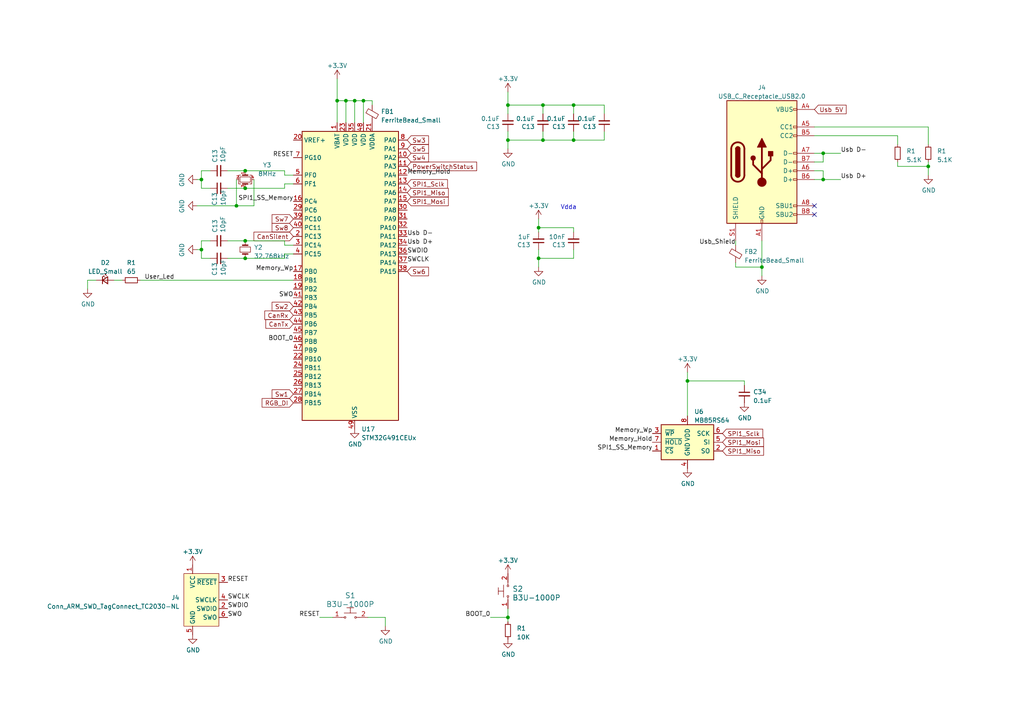
<source format=kicad_sch>
(kicad_sch (version 20230121) (generator eeschema)
  (paper "A4")
  (lib_symbols
    (symbol "Connector:Conn_ARM_SWD_TagConnect_TC2030-NL" (in_bom no)
      (property "Reference" "J" (at 2.54 11.43 0))
      (property "Value" "Conn_ARM_SWD_TagConnect_TC2030-NL" (at 2.54 8.89 0))
      (symbol "Conn_ARM_SWD_TagConnect_TC2030-NL_0_0"
        (pin power_in line (at -2.54 10.16 270) (length 2.54) (name "VCC") (number "1"))
        (pin bidirectional line (at 7.62 -2.54 180) (length 2.54) (name "SWDIO") (number "2"))
        (pin open_collector line (at 7.62 5.08 180) (length 2.54) (name "~{RESET}") (number "3"))
        (pin output line (at 7.62 0 180) (length 2.54) (name "SWCLK") (number "4"))
        (pin power_in line (at -2.54 -10.16 90) (length 2.54) (name "GND") (number "5"))
        (pin input line (at 7.62 -5.08 180) (length 2.54) (name "SWO") (number "6"))
      )
      (symbol "Conn_ARM_SWD_TagConnect_TC2030-NL_0_1"
        (rectangle (start -5.08 7.62) (end 5.08 -7.62) (fill (type background)))
      )
    )
    (symbol "Connector:USB_C_Receptacle_USB2.0" (pin_names (offset 1.016))
      (property "Reference" "J" (at -10.16 19.05 0))
      (property "Value" "USB_C_Receptacle_USB2.0" (at 19.05 19.05 0))
      (symbol "USB_C_Receptacle_USB2.0_0_0"
        (rectangle (start -0.254 -17.78) (end 0.254 -16.764))
        (rectangle (start 10.16 -14.986) (end 9.144 -15.494))
        (rectangle (start 10.16 -12.446) (end 9.144 -12.954))
        (rectangle (start 10.16 -4.826) (end 9.144 -5.334))
        (rectangle (start 10.16 -2.286) (end 9.144 -2.794))
        (rectangle (start 10.16 0.254) (end 9.144 -0.254))
        (rectangle (start 10.16 2.794) (end 9.144 2.286))
        (rectangle (start 10.16 7.874) (end 9.144 7.366))
        (rectangle (start 10.16 10.414) (end 9.144 9.906))
        (rectangle (start 10.16 15.494) (end 9.144 14.986))
      )
      (symbol "USB_C_Receptacle_USB2.0_0_1"
        (rectangle (start -10.16 17.78) (end 10.16 -17.78) (stroke (width 0.254)) (fill (type background)))
        (arc (start -8.89 -3.81) (mid -6.985 -5.7067) (end -5.08 -3.81) (stroke (width 0.508)))
        (arc (start -7.62 -3.81) (mid -6.985 -4.4423) (end -6.35 -3.81) (stroke (width 0.254)))
        (arc (start -7.62 -3.81) (mid -6.985 -4.4423) (end -6.35 -3.81) (stroke (width 0.254)) (fill (type outline)))
        (rectangle (start -7.62 -3.81) (end -6.35 3.81) (stroke (width 0.254)) (fill (type outline)))
        (arc (start -6.35 3.81) (mid -6.985 4.4423) (end -7.62 3.81) (stroke (width 0.254)))
        (arc (start -6.35 3.81) (mid -6.985 4.4423) (end -7.62 3.81) (stroke (width 0.254)) (fill (type outline)))
        (arc (start -5.08 3.81) (mid -6.985 5.7067) (end -8.89 3.81) (stroke (width 0.508)))
        (circle (center -2.54 1.143) (radius 0.635) (stroke (width 0.254)) (fill (type outline)))
        (circle (center 0 -5.842) (radius 1.27) (fill (type outline)))
        (polyline (pts (xy -8.89 -3.81) (xy -8.89 3.81)) (stroke (width 0.508)))
        (polyline (pts (xy -5.08 3.81) (xy -5.08 -3.81)) (stroke (width 0.508)))
        (polyline (pts (xy 0 -5.842) (xy 0 4.318)) (stroke (width 0.508)))
        (polyline (pts (xy 0 -3.302) (xy -2.54 -0.762) (xy -2.54 0.508)) (stroke (width 0.508)))
        (polyline (pts (xy 0 -2.032) (xy 2.54 0.508) (xy 2.54 1.778)) (stroke (width 0.508)))
        (polyline (pts (xy -1.27 4.318) (xy 0 6.858) (xy 1.27 4.318) (xy -1.27 4.318)) (stroke (width 0.254)) (fill (type outline)))
        (rectangle (start 1.905 1.778) (end 3.175 3.048) (stroke (width 0.254)) (fill (type outline)))
      )
      (symbol "USB_C_Receptacle_USB2.0_1_1"
        (pin passive line (at 0 -22.86 90) (length 5.08) (name "GND") (number "A1"))
        (pin passive line (at 0 -22.86 90) (length 5.08) hide (name "GND") (number "A12"))
        (pin passive line (at 15.24 15.24 180) (length 5.08) (name "VBUS") (number "A4"))
        (pin bidirectional line (at 15.24 10.16 180) (length 5.08) (name "CC1") (number "A5"))
        (pin bidirectional line (at 15.24 -2.54 180) (length 5.08) (name "D+") (number "A6"))
        (pin bidirectional line (at 15.24 2.54 180) (length 5.08) (name "D-") (number "A7"))
        (pin bidirectional line (at 15.24 -12.7 180) (length 5.08) (name "SBU1") (number "A8"))
        (pin passive line (at 15.24 15.24 180) (length 5.08) hide (name "VBUS") (number "A9"))
        (pin passive line (at 0 -22.86 90) (length 5.08) hide (name "GND") (number "B1"))
        (pin passive line (at 0 -22.86 90) (length 5.08) hide (name "GND") (number "B12"))
        (pin passive line (at 15.24 15.24 180) (length 5.08) hide (name "VBUS") (number "B4"))
        (pin bidirectional line (at 15.24 7.62 180) (length 5.08) (name "CC2") (number "B5"))
        (pin bidirectional line (at 15.24 -5.08 180) (length 5.08) (name "D+") (number "B6"))
        (pin bidirectional line (at 15.24 0 180) (length 5.08) (name "D-") (number "B7"))
        (pin bidirectional line (at 15.24 -15.24 180) (length 5.08) (name "SBU2") (number "B8"))
        (pin passive line (at 15.24 15.24 180) (length 5.08) hide (name "VBUS") (number "B9"))
        (pin passive line (at -7.62 -22.86 90) (length 5.08) (name "SHIELD") (number "S1"))
      )
    )
    (symbol "Device:C_Small" (pin_numbers hide) (pin_names (offset 0.254) hide)
      (property "Reference" "C" (at 0.254 1.778 0))
      (property "Value" "C_Small" (at 0.254 -2.032 0))
      (symbol "C_Small_0_1"
        (polyline (pts (xy -1.524 -0.508) (xy 1.524 -0.508)) (stroke (width 0.3302)))
        (polyline (pts (xy -1.524 0.508) (xy 1.524 0.508)) (stroke (width 0.3048)))
      )
      (symbol "C_Small_1_1"
        (pin passive line (at 0 2.54 270) (length 2.032) (name "~") (number "1"))
        (pin passive line (at 0 -2.54 90) (length 2.032) (name "~") (number "2"))
      )
    )
    (symbol "Device:Crystal_GND24_Small" (pin_names (offset 1.016) hide)
      (property "Reference" "Y" (at 1.27 4.445 0))
      (property "Value" "Crystal_GND24_Small" (at 1.27 2.54 0))
      (symbol "Crystal_GND24_Small_0_1"
        (rectangle (start -0.762 -1.524) (end 0.762 1.524))
        (polyline (pts (xy -1.27 -0.762) (xy -1.27 0.762)) (stroke (width 0.381)))
        (polyline (pts (xy 1.27 -0.762) (xy 1.27 0.762)) (stroke (width 0.381)))
        (polyline (pts (xy -1.27 -1.27) (xy -1.27 -1.905) (xy 1.27 -1.905) (xy 1.27 -1.27)))
        (polyline (pts (xy -1.27 1.27) (xy -1.27 1.905) (xy 1.27 1.905) (xy 1.27 1.27)))
      )
      (symbol "Crystal_GND24_Small_1_1"
        (pin passive line (at -2.54 0 0) (length 1.27) (name "1") (number "1"))
        (pin passive line (at 0 -2.54 90) (length 0.635) (name "2") (number "2"))
        (pin passive line (at 2.54 0 180) (length 1.27) (name "3") (number "3"))
        (pin passive line (at 0 2.54 270) (length 0.635) (name "4") (number "4"))
      )
    )
    (symbol "Device:Crystal_Small" (pin_numbers hide) (pin_names (offset 1.016) hide)
      (property "Reference" "Y" (at 0 2.54 0))
      (property "Value" "Crystal_Small" (at 0 -2.54 0))
      (symbol "Crystal_Small_0_1"
        (rectangle (start -0.762 -1.524) (end 0.762 1.524))
        (polyline (pts (xy -1.27 -0.762) (xy -1.27 0.762)) (stroke (width 0.381)))
        (polyline (pts (xy 1.27 -0.762) (xy 1.27 0.762)) (stroke (width 0.381)))
      )
      (symbol "Crystal_Small_1_1"
        (pin passive line (at -2.54 0 0) (length 1.27) (name "1") (number "1"))
        (pin passive line (at 2.54 0 180) (length 1.27) (name "2") (number "2"))
      )
    )
    (symbol "Device:FerriteBead_Small" (pin_numbers hide) (pin_names (offset 0))
      (property "Reference" "FB" (at 1.905 1.27 0))
      (property "Value" "FerriteBead_Small" (at 1.905 -1.27 0))
      (symbol "FerriteBead_Small_0_1"
        (polyline (pts (xy 0 -1.27) (xy 0 -0.7874)))
        (polyline (pts (xy 0 0.889) (xy 0 1.2954)))
        (polyline (pts (xy -1.8288 0.2794) (xy -1.1176 1.4986) (xy 1.8288 -0.2032) (xy 1.1176 -1.4224) (xy -1.8288 0.2794)))
      )
      (symbol "FerriteBead_Small_1_1"
        (pin passive line (at 0 2.54 270) (length 1.27) (name "~") (number "1"))
        (pin passive line (at 0 -2.54 90) (length 1.27) (name "~") (number "2"))
      )
    )
    (symbol "Device:LED_Small" (pin_numbers hide) (pin_names (offset 0.254) hide)
      (property "Reference" "D" (at -1.27 3.175 0))
      (property "Value" "LED_Small" (at -4.445 -2.54 0))
      (symbol "LED_Small_0_1"
        (polyline (pts (xy -0.762 -1.016) (xy -0.762 1.016)) (stroke (width 0.254)))
        (polyline (pts (xy 1.016 0) (xy -0.762 0)))
        (polyline (pts (xy 0.762 -1.016) (xy -0.762 0) (xy 0.762 1.016) (xy 0.762 -1.016)) (stroke (width 0.254)))
        (polyline (pts (xy 0 0.762) (xy -0.508 1.27) (xy -0.254 1.27) (xy -0.508 1.27) (xy -0.508 1.016)))
        (polyline (pts (xy 0.508 1.27) (xy 0 1.778) (xy 0.254 1.778) (xy 0 1.778) (xy 0 1.524)))
      )
      (symbol "LED_Small_1_1"
        (pin passive line (at -2.54 0 0) (length 1.778) (name "K") (number "1"))
        (pin passive line (at 2.54 0 180) (length 1.778) (name "A") (number "2"))
      )
    )
    (symbol "Device:R_Small" (pin_numbers hide) (pin_names (offset 0.254) hide)
      (property "Reference" "R" (at 0.762 0.508 0))
      (property "Value" "R_Small" (at 0.762 -1.016 0))
      (symbol "R_Small_0_1"
        (rectangle (start -0.762 1.778) (end 0.762 -1.778) (stroke (width 0.2032)))
      )
      (symbol "R_Small_1_1"
        (pin passive line (at 0 2.54 270) (length 0.762) (name "~") (number "1"))
        (pin passive line (at 0 -2.54 90) (length 0.762) (name "~") (number "2"))
      )
    )
    (symbol "MCU_ST_STM32G4:STM32G491CEUx"
      (property "Reference" "U" (at -12.7 44.45 0))
      (property "Value" "STM32G491CEUx" (at 10.16 44.45 0))
      (symbol "STM32G491CEUx_0_1"
        (rectangle (start -12.7 -40.64) (end 15.24 43.18) (stroke (width 0.254)) (fill (type background)))
      )
      (symbol "STM32G491CEUx_1_1"
        (pin power_in line (at -2.54 45.72 270) (length 2.54) (name "VBAT") (number "1"))
        (pin bidirectional line (at 17.78 35.56 180) (length 2.54) (name "PA2") (number "10"))
        (pin bidirectional line (at 17.78 33.02 180) (length 2.54) (name "PA3") (number "11"))
        (pin bidirectional line (at 17.78 30.48 180) (length 2.54) (name "PA4") (number "12"))
        (pin bidirectional line (at 17.78 27.94 180) (length 2.54) (name "PA5") (number "13"))
        (pin bidirectional line (at 17.78 25.4 180) (length 2.54) (name "PA6") (number "14"))
        (pin bidirectional line (at 17.78 22.86 180) (length 2.54) (name "PA7") (number "15"))
        (pin bidirectional line (at -15.24 22.86 0) (length 2.54) (name "PC4") (number "16"))
        (pin bidirectional line (at -15.24 2.54 0) (length 2.54) (name "PB0") (number "17"))
        (pin bidirectional line (at -15.24 0 0) (length 2.54) (name "PB1") (number "18"))
        (pin bidirectional line (at -15.24 -2.54 0) (length 2.54) (name "PB2") (number "19"))
        (pin bidirectional line (at -15.24 12.7 0) (length 2.54) (name "PC13") (number "2"))
        (pin input line (at -15.24 40.64 0) (length 2.54) (name "VREF+") (number "20"))
        (pin power_in line (at 7.62 45.72 270) (length 2.54) (name "VDDA") (number "21"))
        (pin bidirectional line (at -15.24 -22.86 0) (length 2.54) (name "PB10") (number "22"))
        (pin power_in line (at 0 45.72 270) (length 2.54) (name "VDD") (number "23"))
        (pin bidirectional line (at -15.24 -25.4 0) (length 2.54) (name "PB11") (number "24"))
        (pin bidirectional line (at -15.24 -27.94 0) (length 2.54) (name "PB12") (number "25"))
        (pin bidirectional line (at -15.24 -30.48 0) (length 2.54) (name "PB13") (number "26"))
        (pin bidirectional line (at -15.24 -33.02 0) (length 2.54) (name "PB14") (number "27"))
        (pin bidirectional line (at -15.24 -35.56 0) (length 2.54) (name "PB15") (number "28"))
        (pin bidirectional line (at -15.24 20.32 0) (length 2.54) (name "PC6") (number "29"))
        (pin bidirectional line (at -15.24 10.16 0) (length 2.54) (name "PC14") (number "3"))
        (pin bidirectional line (at 17.78 20.32 180) (length 2.54) (name "PA8") (number "30"))
        (pin bidirectional line (at 17.78 17.78 180) (length 2.54) (name "PA9") (number "31"))
        (pin bidirectional line (at 17.78 15.24 180) (length 2.54) (name "PA10") (number "32"))
        (pin bidirectional line (at 17.78 12.7 180) (length 2.54) (name "PA11") (number "33"))
        (pin bidirectional line (at 17.78 10.16 180) (length 2.54) (name "PA12") (number "34"))
        (pin power_in line (at 2.54 45.72 270) (length 2.54) (name "VDD") (number "35"))
        (pin bidirectional line (at 17.78 7.62 180) (length 2.54) (name "PA13") (number "36"))
        (pin bidirectional line (at 17.78 5.08 180) (length 2.54) (name "PA14") (number "37"))
        (pin bidirectional line (at 17.78 2.54 180) (length 2.54) (name "PA15") (number "38"))
        (pin bidirectional line (at -15.24 17.78 0) (length 2.54) (name "PC10") (number "39"))
        (pin bidirectional line (at -15.24 7.62 0) (length 2.54) (name "PC15") (number "4"))
        (pin bidirectional line (at -15.24 15.24 0) (length 2.54) (name "PC11") (number "40"))
        (pin bidirectional line (at -15.24 -5.08 0) (length 2.54) (name "PB3") (number "41"))
        (pin bidirectional line (at -15.24 -7.62 0) (length 2.54) (name "PB4") (number "42"))
        (pin bidirectional line (at -15.24 -10.16 0) (length 2.54) (name "PB5") (number "43"))
        (pin bidirectional line (at -15.24 -12.7 0) (length 2.54) (name "PB6") (number "44"))
        (pin bidirectional line (at -15.24 -15.24 0) (length 2.54) (name "PB7") (number "45"))
        (pin bidirectional line (at -15.24 -17.78 0) (length 2.54) (name "PB8") (number "46"))
        (pin bidirectional line (at -15.24 -20.32 0) (length 2.54) (name "PB9") (number "47"))
        (pin power_in line (at 5.08 45.72 270) (length 2.54) (name "VDD") (number "48"))
        (pin power_in line (at 2.54 -43.18 90) (length 2.54) (name "VSS") (number "49"))
        (pin bidirectional line (at -15.24 30.48 0) (length 2.54) (name "PF0") (number "5"))
        (pin bidirectional line (at -15.24 27.94 0) (length 2.54) (name "PF1") (number "6"))
        (pin bidirectional line (at -15.24 35.56 0) (length 2.54) (name "PG10") (number "7"))
        (pin bidirectional line (at 17.78 40.64 180) (length 2.54) (name "PA0") (number "8"))
        (pin bidirectional line (at 17.78 38.1 180) (length 2.54) (name "PA1") (number "9"))
      )
    )
    (symbol "Memory_NVRAM:MB85RS64" (pin_names (offset 1.016))
      (property "Reference" "U" (at -7.62 6.35 0))
      (property "Value" "MB85RS64" (at 1.27 6.35 0))
      (symbol "MB85RS64_0_1"
        (rectangle (start -7.62 5.08) (end 7.62 -5.08) (stroke (width 0.254)) (fill (type background)))
      )
      (symbol "MB85RS64_1_1"
        (pin input line (at -10.16 -2.54 0) (length 2.54) (name "~{CS}") (number "1"))
        (pin output line (at 10.16 -2.54 180) (length 2.54) (name "SO") (number "2"))
        (pin input line (at -10.16 2.54 0) (length 2.54) (name "~{WP}") (number "3"))
        (pin power_in line (at 0 -7.62 90) (length 2.54) (name "GND") (number "4"))
        (pin input line (at 10.16 0 180) (length 2.54) (name "SI") (number "5"))
        (pin input line (at 10.16 2.54 180) (length 2.54) (name "SCK") (number "6"))
        (pin input line (at -10.16 0 0) (length 2.54) (name "~{HOLD}") (number "7"))
        (pin power_in line (at 0 7.62 270) (length 2.54) (name "VDD") (number "8"))
      )
    )
    (symbol "dk_Tactile-Switches:B3U-1000P" (pin_names (offset 1.016))
      (property "Reference" "S" (at 0 4.064 0))
      (property "Value" "B3U-1000P" (at 0 -2.54 0))
      (symbol "B3U-1000P_0_1"
        (circle (center -1.524 0) (radius 0.254))
        (polyline (pts (xy -2.54 0) (xy -1.778 0)))
        (polyline (pts (xy -1.778 1.27) (xy 1.778 1.27)))
        (polyline (pts (xy -1.016 2.794) (xy 1.016 2.794)))
        (polyline (pts (xy 0 1.27) (xy 0 2.794)))
        (polyline (pts (xy 2.54 0) (xy 1.778 0)))
        (circle (center 1.524 0) (radius 0.254))
      )
      (symbol "B3U-1000P_1_1"
        (pin passive line (at -5.08 0 0) (length 2.54) (name "~") (number "1"))
        (pin passive line (at 5.08 0 180) (length 2.54) (name "~") (number "2"))
      )
    )
    (symbol "power:+3.3V" (power) (pin_names (offset 0))
      (property "Value" "+3.3V" (at 0 3.556 0))
      (symbol "+3.3V_0_1"
        (polyline (pts (xy -0.762 1.27) (xy 0 2.54)))
        (polyline (pts (xy 0 0) (xy 0 2.54)))
        (polyline (pts (xy 0 2.54) (xy 0.762 1.27)))
      )
      (symbol "+3.3V_1_1"
        (pin power_in line (at 0 0 90) (length 0) hide (name "+3.3V") (number "1"))
      )
    )
    (symbol "power:GND" (power) (pin_names (offset 0))
      (property "Value" "GND" (at 0 -3.81 0))
      (symbol "GND_0_1"
        (polyline (pts (xy 0 0) (xy 0 -1.27) (xy 1.27 -1.27) (xy 0 -2.54) (xy -1.27 -1.27) (xy 0 -1.27)))
      )
      (symbol "GND_1_1"
        (pin power_in line (at 0 0 270) (length 0) hide (name "GND") (number "1"))
      )
    )
  )
  (junction (at 220.98 77.47))
  (junction (at 71.12 74.93))
  (junction (at 147.32 40.64))
  (junction (at 238.76 52.07))
  (junction (at 199.39 110.49))
  (junction (at 71.12 69.85))
  (junction (at 102.87 29.21))
  (junction (at 105.41 29.21))
  (junction (at 238.76 44.45))
  (junction (at 97.79 29.21))
  (junction (at 100.33 29.21))
  (junction (at 68.58 59.69))
  (junction (at 58.42 52.07))
  (junction (at 147.32 179.07))
  (junction (at 166.37 30.48))
  (junction (at 58.42 72.39))
  (junction (at 157.48 30.48))
  (junction (at 269.24 48.26))
  (junction (at 156.21 66.04))
  (junction (at 157.48 40.64))
  (junction (at 71.12 49.53))
  (junction (at 166.37 40.64))
  (junction (at 71.12 54.61))
  (junction (at 147.32 30.48))
  (junction (at 156.21 74.93))
  (no_connect (at 236.22 62.23))
  (no_connect (at 236.22 59.69))
  (wire (pts (xy 147.32 26.67) (xy 147.32 30.48)))
  (wire (pts (xy 269.24 36.83) (xy 269.24 41.91)))
  (wire (pts (xy 157.48 33.02) (xy 157.48 30.48)))
  (wire (pts (xy 147.32 176.53) (xy 147.32 179.07)))
  (wire (pts (xy 236.22 49.53) (xy 238.76 49.53)))
  (wire (pts (xy 238.76 46.99) (xy 238.76 44.45)))
  (wire (pts (xy 82.55 73.66) (xy 82.55 74.93)))
  (wire (pts (xy 166.37 67.31) (xy 166.37 66.04)))
  (wire (pts (xy 166.37 30.48) (xy 157.48 30.48)))
  (wire (pts (xy 105.41 29.21) (xy 102.87 29.21)))
  (wire (pts (xy 220.98 69.85) (xy 220.98 77.47)))
  (wire (pts (xy 58.42 49.53) (xy 60.96 49.53)))
  (wire (pts (xy 260.35 46.99) (xy 260.35 48.26)))
  (wire (pts (xy 82.55 71.12) (xy 85.09 71.12)))
  (wire (pts (xy 156.21 74.93) (xy 156.21 77.47)))
  (wire (pts (xy 92.71 179.07) (xy 96.52 179.07)))
  (wire (pts (xy 66.04 54.61) (xy 71.12 54.61)))
  (wire (pts (xy 166.37 33.02) (xy 166.37 30.48)))
  (wire (pts (xy 213.36 69.85) (xy 213.36 71.12)))
  (wire (pts (xy 236.22 36.83) (xy 269.24 36.83)))
  (wire (pts (xy 147.32 40.64) (xy 147.32 43.18)))
  (wire (pts (xy 215.9 111.76) (xy 215.9 110.49)))
  (wire (pts (xy 107.95 29.21) (xy 105.41 29.21)))
  (wire (pts (xy 147.32 30.48) (xy 147.32 33.02)))
  (wire (pts (xy 147.32 179.07) (xy 142.24 179.07)))
  (wire (pts (xy 60.96 74.93) (xy 58.42 74.93)))
  (wire (pts (xy 85.09 53.34) (xy 82.55 53.34)))
  (wire (pts (xy 236.22 52.07) (xy 238.76 52.07)))
  (wire (pts (xy 85.09 73.66) (xy 82.55 73.66)))
  (wire (pts (xy 102.87 29.21) (xy 102.87 35.56)))
  (wire (pts (xy 166.37 66.04) (xy 156.21 66.04)))
  (wire (pts (xy 106.68 179.07) (xy 111.76 179.07)))
  (wire (pts (xy 58.42 74.93) (xy 58.42 72.39)))
  (wire (pts (xy 175.26 33.02) (xy 175.26 30.48)))
  (wire (pts (xy 157.48 38.1) (xy 157.48 40.64)))
  (wire (pts (xy 85.09 50.8) (xy 82.55 50.8)))
  (wire (pts (xy 269.24 48.26) (xy 269.24 50.8)))
  (wire (pts (xy 71.12 49.53) (xy 82.55 49.53)))
  (wire (pts (xy 73.66 59.69) (xy 68.58 59.69)))
  (wire (pts (xy 68.58 52.07) (xy 68.58 59.69)))
  (wire (pts (xy 238.76 49.53) (xy 238.76 52.07)))
  (wire (pts (xy 238.76 52.07) (xy 243.84 52.07)))
  (wire (pts (xy 215.9 110.49) (xy 199.39 110.49)))
  (wire (pts (xy 260.35 48.26) (xy 269.24 48.26)))
  (wire (pts (xy 66.04 74.93) (xy 71.12 74.93)))
  (wire (pts (xy 57.15 72.39) (xy 58.42 72.39)))
  (wire (pts (xy 40.64 81.28) (xy 85.09 81.28)))
  (wire (pts (xy 73.66 52.07) (xy 73.66 59.69)))
  (wire (pts (xy 105.41 29.21) (xy 105.41 35.56)))
  (wire (pts (xy 60.96 54.61) (xy 58.42 54.61)))
  (wire (pts (xy 100.33 29.21) (xy 100.33 35.56)))
  (wire (pts (xy 57.15 52.07) (xy 58.42 52.07)))
  (wire (pts (xy 82.55 69.85) (xy 82.55 71.12)))
  (wire (pts (xy 199.39 107.95) (xy 199.39 110.49)))
  (wire (pts (xy 57.15 59.69) (xy 68.58 59.69)))
  (wire (pts (xy 82.55 53.34) (xy 82.55 54.61)))
  (wire (pts (xy 100.33 29.21) (xy 97.79 29.21)))
  (wire (pts (xy 175.26 38.1) (xy 175.26 40.64)))
  (wire (pts (xy 213.36 77.47) (xy 220.98 77.47)))
  (wire (pts (xy 157.48 30.48) (xy 147.32 30.48)))
  (wire (pts (xy 175.26 30.48) (xy 166.37 30.48)))
  (wire (pts (xy 260.35 39.37) (xy 260.35 41.91)))
  (wire (pts (xy 166.37 74.93) (xy 156.21 74.93)))
  (wire (pts (xy 236.22 39.37) (xy 260.35 39.37)))
  (wire (pts (xy 107.95 30.48) (xy 107.95 29.21)))
  (wire (pts (xy 175.26 40.64) (xy 166.37 40.64)))
  (wire (pts (xy 82.55 74.93) (xy 71.12 74.93)))
  (wire (pts (xy 236.22 46.99) (xy 238.76 46.99)))
  (wire (pts (xy 66.04 49.53) (xy 71.12 49.53)))
  (wire (pts (xy 97.79 29.21) (xy 97.79 35.56)))
  (wire (pts (xy 238.76 44.45) (xy 243.84 44.45)))
  (wire (pts (xy 213.36 76.2) (xy 213.36 77.47)))
  (wire (pts (xy 166.37 40.64) (xy 157.48 40.64)))
  (wire (pts (xy 199.39 110.49) (xy 199.39 120.65)))
  (wire (pts (xy 166.37 38.1) (xy 166.37 40.64)))
  (wire (pts (xy 58.42 69.85) (xy 60.96 69.85)))
  (wire (pts (xy 156.21 66.04) (xy 156.21 67.31)))
  (wire (pts (xy 27.94 81.28) (xy 25.4 81.28)))
  (wire (pts (xy 97.79 22.86) (xy 97.79 29.21)))
  (wire (pts (xy 33.02 81.28) (xy 35.56 81.28)))
  (wire (pts (xy 102.87 29.21) (xy 100.33 29.21)))
  (wire (pts (xy 156.21 72.39) (xy 156.21 74.93)))
  (wire (pts (xy 82.55 69.85) (xy 71.12 69.85)))
  (wire (pts (xy 58.42 52.07) (xy 58.42 49.53)))
  (wire (pts (xy 156.21 63.5) (xy 156.21 66.04)))
  (wire (pts (xy 236.22 44.45) (xy 238.76 44.45)))
  (wire (pts (xy 269.24 46.99) (xy 269.24 48.26)))
  (wire (pts (xy 82.55 50.8) (xy 82.55 49.53)))
  (wire (pts (xy 111.76 179.07) (xy 111.76 181.61)))
  (wire (pts (xy 25.4 81.28) (xy 25.4 83.82)))
  (wire (pts (xy 71.12 54.61) (xy 82.55 54.61)))
  (wire (pts (xy 66.04 69.85) (xy 71.12 69.85)))
  (wire (pts (xy 58.42 72.39) (xy 58.42 69.85)))
  (wire (pts (xy 166.37 72.39) (xy 166.37 74.93)))
  (wire (pts (xy 147.32 38.1) (xy 147.32 40.64)))
  (wire (pts (xy 220.98 77.47) (xy 220.98 80.01)))
  (wire (pts (xy 147.32 179.07) (xy 147.32 180.34)))
  (wire (pts (xy 157.48 40.64) (xy 147.32 40.64)))
  (wire (pts (xy 58.42 54.61) (xy 58.42 52.07)))
  (text "Vdda" (at 162.56 60.96 0) (effects (font (size 1.27 1.27)) (justify left bottom)))
  (label "SWO" (at 66.04 179.07 0))
  (label "RESET" (at 92.71 179.07 180))
  (label "SPI1_SS_Memory" (at 85.09 58.42 180))
  (label "Usb_Shield" (at 213.36 71.12 180))
  (label "Memory_Wp" (at 85.09 78.74 180))
  (label "User_Led" (at 41.91 81.28 0))
  (label "SWCLK" (at 66.04 173.99 0))
  (label "RESET" (at 85.09 45.72 180))
  (label "SWO" (at 85.09 86.36 180))
  (label "Usb D-" (at 243.84 44.45 0))
  (label "BOOT_0" (at 142.24 179.07 180))
  (label "SWDIO" (at 118.11 73.66 0))
  (label "Memory_Hold" (at 118.11 50.8 0))
  (label "Usb D-" (at 118.11 68.58 0))
  (label "RESET" (at 66.04 168.91 0))
  (label "Memory_Wp" (at 189.23 125.73 180))
  (label "SWCLK" (at 118.11 76.2 0))
  (label "Usb D+" (at 243.84 52.07 0))
  (label "BOOT_0" (at 85.09 99.06 180))
  (label "Usb D+" (at 118.11 71.12 0))
  (label "SPI1_SS_Memory" (at 189.23 130.81 180))
  (label "SWDIO" (at 66.04 176.53 0))
  (label "Memory_Hold" (at 189.23 128.27 180))
  (global_label "Sw8" (shape input) (at 85.09 66.04 180) (property "Intersheetrefs" "${INTERSHEET_REFS}" (effects hide)))
  (global_label "Usb 5V" (shape input) (at 236.22 31.75 0) (property "Intersheetrefs" "${INTERSHEET_REFS}" (effects hide)))
  (global_label "SPI1_Miso" (shape input) (at 118.11 55.88 0) (property "Intersheetrefs" "${INTERSHEET_REFS}" (effects hide)))
  (global_label "Sw6" (shape input) (at 118.11 78.74 0) (property "Intersheetrefs" "${INTERSHEET_REFS}" (effects hide)))
  (global_label "SPI1_Mosi" (shape input) (at 209.55 128.27 0) (property "Intersheetrefs" "${INTERSHEET_REFS}" (effects hide)))
  (global_label "Sw2" (shape input) (at 85.09 88.9 180) (property "Intersheetrefs" "${INTERSHEET_REFS}" (effects hide)))
  (global_label "PowerSwitchStatus" (shape input) (at 118.11 48.26 0) (property "Intersheetrefs" "${INTERSHEET_REFS}" (effects hide)))
  (global_label "Sw1" (shape input) (at 85.09 114.3 180) (property "Intersheetrefs" "${INTERSHEET_REFS}" (effects hide)))
  (global_label "CanSilent" (shape input) (at 85.09 68.58 180) (property "Intersheetrefs" "${INTERSHEET_REFS}" (effects hide)))
  (global_label "SPI1_Sclk" (shape input) (at 118.11 53.34 0) (property "Intersheetrefs" "${INTERSHEET_REFS}" (effects hide)))
  (global_label "Sw3" (shape input) (at 118.11 40.64 0) (property "Intersheetrefs" "${INTERSHEET_REFS}" (effects hide)))
  (global_label "Sw5" (shape input) (at 118.11 43.18 0) (property "Intersheetrefs" "${INTERSHEET_REFS}" (effects hide)))
  (global_label "Sw4" (shape input) (at 118.11 45.72 0) (property "Intersheetrefs" "${INTERSHEET_REFS}" (effects hide)))
  (global_label "CanTx" (shape input) (at 85.09 93.98 180) (property "Intersheetrefs" "${INTERSHEET_REFS}" (effects hide)))
  (global_label "RGB_DI" (shape input) (at 85.09 116.84 180) (property "Intersheetrefs" "${INTERSHEET_REFS}" (effects hide)))
  (global_label "CanRx" (shape input) (at 85.09 91.44 180) (property "Intersheetrefs" "${INTERSHEET_REFS}" (effects hide)))
  (global_label "SPI1_Sclk" (shape input) (at 209.55 125.73 0) (property "Intersheetrefs" "${INTERSHEET_REFS}" (effects hide)))
  (global_label "SPI1_Miso" (shape input) (at 209.55 130.81 0) (property "Intersheetrefs" "${INTERSHEET_REFS}" (effects hide)))
  (global_label "Sw7" (shape input) (at 85.09 63.5 180) (property "Intersheetrefs" "${INTERSHEET_REFS}" (effects hide)))
  (global_label "SPI1_Mosi" (shape input) (at 118.11 58.42 0) (property "Intersheetrefs" "${INTERSHEET_REFS}" (effects hide)))
  (symbol (lib_id "Connector:USB_C_Receptacle_USB2.0") (at 220.98 46.99 0) (unit 1)
    (property "Reference" "J4" (at 220.98 25.4 0))
    (property "Value" "USB_C_Receptacle_USB2.0" (at 220.98 27.94 0))
    (property "Footprint" "Connector_USB:USB_C_Receptacle_JAE_DX07S016JA1R1500" (effects hide))
    (property "Datasheet" "https://www.usb.org/sites/default/files/documents/usb_type-c.zip" (effects hide))
    (instances (project "Power Module Rev 5" (path "" (reference "J4") (unit 1))) (project "Switch Panel Rev 1" (path "" (reference "J2") (unit 1))))
  )
  (symbol (lib_id "Device:Crystal_Small") (at 71.12 72.39 90) (unit 1)
    (property "Reference" "Y2" (at 73.66 71.755 90) (effects (justify right)))
    (property "Value" "32.768kHz" (at 73.66 74.295 90) (effects (justify right)))
    (property "Footprint" "Crystal:Crystal_SMD_3215-2Pin_3.2x1.5mm" (effects hide))
  )
  (symbol (lib_id "dk_Tactile-Switches:B3U-1000P") (at 147.32 171.45 90) (unit 1)
    (property "Reference" "S2" (at 148.59 170.815 90) (effects (font (size 1.524 1.524)) (justify right)))
    (property "Value" "B3U-1000P" (at 148.59 173.355 90) (effects (font (size 1.524 1.524)) (justify right)))
    (property "Footprint" "digikey-footprints:Switch_Tactile_SMD_B3U-1000P" (effects hide))
    (property "Datasheet" "https://omronfs.omron.com/en_US/ecb/products/pdf/en-b3u.pdf" (effects hide))
    (property "Digi-Key_PN" "SW1020CT-ND" (effects hide))
    (property "MPN" "B3U-1000P" (effects hide))
    (property "Category" "Switches" (effects hide))
    (property "Family" "Tactile Switches" (effects hide))
    (property "DK_Datasheet_Link" "https://omronfs.omron.com/en_US/ecb/products/pdf/en-b3u.pdf" (effects hide))
    (property "DK_Detail_Page" "/product-detail/en/omron-electronics-inc-emc-div/B3U-1000P/SW1020CT-ND/1534357" (effects hide))
    (property "Description" "SWITCH TACTILE SPST-NO 0.05A 12V" (effects hide))
    (property "Manufacturer" "Omron Electronics Inc-EMC Div" (effects hide))
    (property "Status" "Active" (effects hide))
  )
  (symbol (lib_id "power:GND") (at 215.9 116.84 0) (unit 1)
    (property "Reference" "#PWR018" (effects hide))
    (property "Value" "GND" (at 216.027 121.2342 0))
    (instances (project "Power Module Rev 4" (path "" (reference "#PWR018") (unit 1))) (project "Power Module Rev 5" (path "" (reference "#PWR016") (unit 1)) (path "" (reference "#PWR085") (unit 1))) (project "Switch Panel Rev 1" (path "" (reference "#PWR018") (unit 1))))
  )
  (symbol (lib_id "power:+3.3V") (at 55.88 163.83 0) (unit 1)
    (property "Reference" "#PWR083" (effects hide))
    (property "Value" "+3.3V" (at 55.88 160.02 0))
    (instances (project "Power Module Rev 5" (path "" (reference "#PWR083") (unit 1))) (project "Switch Panel Rev 1" (path "" (reference "#PWR02") (unit 1))))
  )
  (symbol (lib_id "power:GND") (at 55.88 184.15 0) (unit 1)
    (property "Reference" "#PWR018" (effects hide))
    (property "Value" "GND" (at 56.007 188.5442 0))
    (instances (project "Power Module Rev 4" (path "" (reference "#PWR018") (unit 1))) (project "Power Module Rev 5" (path "" (reference "#PWR016") (unit 1)) (path "" (reference "#PWR082") (unit 1))) (project "Switch Panel Rev 1" (path "" (reference "#PWR03") (unit 1))))
  )
  (symbol (lib_id "power:GND") (at 25.4 83.82 0) (unit 1)
    (property "Reference" "#PWR018" (effects hide))
    (property "Value" "GND" (at 25.527 88.2142 0))
    (instances (project "Power Module Rev 4" (path "" (reference "#PWR018") (unit 1))) (project "Power Module Rev 5" (path "" (reference "#PWR016") (unit 1)) (path "" (reference "#PWR093") (unit 1))) (project "Switch Panel Rev 1" (path "" (reference "#PWR01") (unit 1))))
  )
  (symbol (lib_id "Device:C_Small") (at 63.5 54.61 90) (unit 1)
    (property "Reference" "C13" (at 62.23 59.69 0) (effects (justify left)))
    (property "Value" "10pF" (at 64.77 59.69 0) (effects (justify left)))
    (property "Footprint" "Capacitor_SMD:C_0603_1608Metric_Pad1.08x0.95mm_HandSolder" (effects hide))
    (instances (project "Power Module Rev 4" (path "" (reference "C13") (unit 1))) (project "Power Module Rev 5" (path "" (reference "C21") (unit 1)) (path "" (reference "C18") (unit 1))) (project "Switch Panel Rev 1" (path "" (reference "C2") (unit 1))))
  )
  (symbol (lib_id "Connector:Conn_ARM_SWD_TagConnect_TC2030-NL") (at 58.42 173.99 0) (unit 1)
    (property "Reference" "J4" (at 52.07 173.355 0) (effects (justify right)))
    (property "Value" "Conn_ARM_SWD_TagConnect_TC2030-NL" (at 52.07 175.895 0) (effects (justify right)))
    (property "Footprint" "Connector:Tag-Connect_TC2030-IDC-NL_2x03_P1.27mm_Vertical" (effects hide))
    (property "Datasheet" "https://www.tag-connect.com/wp-content/uploads/bsk-pdf-manager/TC2030-CTX_1.pdf" (effects hide))
    (instances (project "Power Module Rev 5" (path "" (reference "J4") (unit 1)) (path "" (reference "J2") (unit 1))) (project "Switch Panel Rev 1" (path "" (reference "J1") (unit 1))))
  )
  (symbol (lib_id "power:GND") (at 199.39 135.89 0) (unit 1)
    (property "Reference" "#PWR018" (effects hide))
    (property "Value" "GND" (at 199.517 140.2842 0))
    (instances (project "Power Module Rev 4" (path "" (reference "#PWR018") (unit 1))) (project "Power Module Rev 5" (path "" (reference "#PWR016") (unit 1)) (path "" (reference "#PWR084") (unit 1))) (project "Switch Panel Rev 1" (path "" (reference "#PWR017") (unit 1))))
  )
  (symbol (lib_id "power:GND") (at 156.21 77.47 0) (unit 1)
    (property "Reference" "#PWR018" (effects hide))
    (property "Value" "GND" (at 156.337 81.8642 0))
    (instances (project "Power Module Rev 4" (path "" (reference "#PWR018") (unit 1))) (project "Power Module Rev 5" (path "" (reference "#PWR016") (unit 1)) (path "" (reference "#PWR092") (unit 1))) (project "Switch Panel Rev 1" (path "" (reference "#PWR015") (unit 1))))
  )
  (symbol (lib_id "Device:R_Small") (at 147.32 182.88 0) (unit 1)
    (property "Reference" "R1" (at 149.86 182.245 0) (effects (justify left)))
    (property "Value" "10K" (at 149.86 184.785 0) (effects (justify left)))
    (property "Footprint" "Resistor_SMD:R_0603_1608Metric_Pad0.98x0.95mm_HandSolder" (effects hide))
    (instances (project "Power Module Rev 5" (path "" (reference "R1") (unit 1)) (path "" (reference "R2") (unit 1)) (path "" (reference "R5") (unit 1)) (path "" (reference "R6") (unit 1)) (path "" (reference "R15") (unit 1)) (path "" (reference "R16") (unit 1)) (path "" (reference "R61") (unit 1))) (project "Switch Panel Rev 1" (path "" (reference "R2") (unit 1))))
  )
  (symbol (lib_id "Device:C_Small") (at 63.5 69.85 90) (unit 1)
    (property "Reference" "C13" (at 62.3316 67.5132 0) (effects (justify left)))
    (property "Value" "10pF" (at 64.643 67.5132 0) (effects (justify left)))
    (property "Footprint" "Capacitor_SMD:C_0603_1608Metric_Pad1.08x0.95mm_HandSolder" (effects hide))
    (instances (project "Power Module Rev 4" (path "" (reference "C13") (unit 1))) (project "Power Module Rev 5" (path "" (reference "C21") (unit 1)) (path "" (reference "C49") (unit 1))) (project "Switch Panel Rev 1" (path "" (reference "C3") (unit 1))))
  )
  (symbol (lib_id "Memory_NVRAM:MB85RS64") (at 199.39 128.27 0) (unit 1)
    (property "Reference" "U6" (at 201.3459 119.38 0) (effects (justify left)))
    (property "Value" "MB85RS64" (at 201.3459 121.92 0) (effects (justify left)))
    (property "Footprint" "Package_SO:SSOP-8_3.9x5.05mm_P1.27mm" (effects hide))
    (property "Datasheet" "http://www.fujitsu.com/downloads/MICRO/fme/fram/datasheet-MB85RS64.pdf" (effects hide))
    (instances (project "Power Module Rev 5" (path "" (reference "U6") (unit 1)) (path "" (reference "U6") (unit 1))) (project "Switch Panel Rev 1" (path "" (reference "U2") (unit 1))))
  )
  (symbol (lib_id "power:GND") (at 147.32 43.18 0) (unit 1)
    (property "Reference" "#PWR018" (effects hide))
    (property "Value" "GND" (at 147.447 47.5742 0))
    (instances (project "Power Module Rev 4" (path "" (reference "#PWR018") (unit 1))) (project "Power Module Rev 5" (path "" (reference "#PWR016") (unit 1)) (path "" (reference "#PWR090") (unit 1))) (project "Switch Panel Rev 1" (path "" (reference "#PWR011") (unit 1))))
  )
  (symbol (lib_id "Device:C_Small") (at 147.32 35.56 180) (unit 1)
    (property "Reference" "C13" (at 144.9832 36.7284 0) (effects (justify left)))
    (property "Value" "0.1uF" (at 144.9832 34.417 0) (effects (justify left)))
    (property "Footprint" "Capacitor_SMD:C_0603_1608Metric_Pad1.08x0.95mm_HandSolder" (effects hide))
    (instances (project "Power Module Rev 4" (path "" (reference "C13") (unit 1))) (project "Power Module Rev 5" (path "" (reference "C21") (unit 1)) (path "" (reference "C52") (unit 1))) (project "Switch Panel Rev 1" (path "" (reference "C5") (unit 1))))
  )
  (symbol (lib_id "MCU_ST_STM32G4:STM32G491CEUx") (at 100.33 81.28 0) (unit 1)
    (property "Reference" "U17" (at 104.8259 124.46 0) (effects (justify left)))
    (property "Value" "STM32G491CEUx" (at 104.8259 127 0) (effects (justify left)))
    (property "Footprint" "Package_DFN_QFN:QFN-48-1EP_7x7mm_P0.5mm_EP5.6x5.6mm_ThermalVias" (effects hide))
    (property "Datasheet" "https://www.st.com/resource/en/datasheet/stm32g491ce.pdf" (effects hide))
    (instances (project "Power Module Rev 5" (path "" (reference "U17") (unit 1))) (project "Switch Panel Rev 1" (path "" (reference "U1") (unit 1))))
  )
  (symbol (lib_id "power:GND") (at 57.15 52.07 270) (unit 1)
    (property "Reference" "#PWR018" (effects hide))
    (property "Value" "GND" (at 52.7558 52.197 0))
    (instances (project "Power Module Rev 4" (path "" (reference "#PWR018") (unit 1))) (project "Power Module Rev 5" (path "" (reference "#PWR016") (unit 1)) (path "" (reference "#PWR080") (unit 1))) (project "Switch Panel Rev 1" (path "" (reference "#PWR04") (unit 1))))
  )
  (symbol (lib_id "Device:C_Small") (at 63.5 74.93 90) (unit 1)
    (property "Reference" "C13" (at 62.23 80.01 0) (effects (justify left)))
    (property "Value" "10pF" (at 64.77 80.01 0) (effects (justify left)))
    (property "Footprint" "Capacitor_SMD:C_0603_1608Metric_Pad1.08x0.95mm_HandSolder" (effects hide))
    (instances (project "Power Module Rev 4" (path "" (reference "C13") (unit 1))) (project "Power Module Rev 5" (path "" (reference "C21") (unit 1)) (path "" (reference "C50") (unit 1))) (project "Switch Panel Rev 1" (path "" (reference "C4") (unit 1))))
  )
  (symbol (lib_id "Device:C_Small") (at 156.21 69.85 180) (unit 1)
    (property "Reference" "C13" (at 153.8732 71.0184 0) (effects (justify left)))
    (property "Value" "1uF" (at 153.8732 68.707 0) (effects (justify left)))
    (property "Footprint" "Capacitor_SMD:C_0603_1608Metric_Pad1.08x0.95mm_HandSolder" (effects hide))
    (instances (project "Power Module Rev 4" (path "" (reference "C13") (unit 1))) (project "Power Module Rev 5" (path "" (reference "C21") (unit 1)) (path "" (reference "C56") (unit 1))) (project "Switch Panel Rev 1" (path "" (reference "C6") (unit 1))))
  )
  (symbol (lib_id "power:GND") (at 102.87 124.46 0) (unit 1)
    (property "Reference" "#PWR018" (effects hide))
    (property "Value" "GND" (at 102.997 128.8542 0))
    (instances (project "Power Module Rev 4" (path "" (reference "#PWR018") (unit 1))) (project "Power Module Rev 5" (path "" (reference "#PWR016") (unit 1)) (path "" (reference "#PWR079") (unit 1))) (project "Switch Panel Rev 1" (path "" (reference "#PWR08") (unit 1))))
  )
  (symbol (lib_id "Device:R_Small") (at 269.24 44.45 0) (unit 1)
    (property "Reference" "R1" (at 271.78 43.815 0) (effects (justify left)))
    (property "Value" "5.1K" (at 271.78 46.355 0) (effects (justify left)))
    (property "Footprint" "Resistor_SMD:R_0603_1608Metric_Pad0.98x0.95mm_HandSolder" (effects hide))
    (instances (project "Power Module Rev 5" (path "" (reference "R1") (unit 1)) (path "" (reference "R2") (unit 1)) (path "" (reference "R5") (unit 1)) (path "" (reference "R6") (unit 1)) (path "" (reference "R15") (unit 1)) (path "" (reference "R16") (unit 1)) (path "" (reference "R67") (unit 1))) (project "Switch Panel Rev 1" (path "" (reference "R4") (unit 1))))
  )
  (symbol (lib_id "power:+3.3V") (at 156.21 63.5 0) (unit 1)
    (property "Reference" "#PWR091" (effects hide))
    (property "Value" "+3.3V" (at 156.21 59.69 0))
    (instances (project "Power Module Rev 5" (path "" (reference "#PWR091") (unit 1))) (project "Switch Panel Rev 1" (path "" (reference "#PWR014") (unit 1))))
  )
  (symbol (lib_id "Device:C_Small") (at 63.5 49.53 90) (unit 1)
    (property "Reference" "C13" (at 62.3316 47.1932 0) (effects (justify left)))
    (property "Value" "10pF" (at 64.643 47.1932 0) (effects (justify left)))
    (property "Footprint" "Capacitor_SMD:C_0603_1608Metric_Pad1.08x0.95mm_HandSolder" (effects hide))
    (instances (project "Power Module Rev 4" (path "" (reference "C13") (unit 1))) (project "Power Module Rev 5" (path "" (reference "C21") (unit 1)) (path "" (reference "C19") (unit 1))) (project "Switch Panel Rev 1" (path "" (reference "C1") (unit 1))))
  )
  (symbol (lib_id "Device:Crystal_GND24_Small") (at 71.12 52.07 270) (unit 1)
    (property "Reference" "Y3" (at 77.47 47.8789 90))
    (property "Value" "8MHz" (at 77.47 50.4189 90))
    (property "Footprint" "Crystal:Crystal_SMD_5032-4Pin_5.0x3.2mm" (effects hide))
    (instances (project "Power Module Rev 5" (path "" (reference "Y3") (unit 1))) (project "Switch Panel Rev 1" (path "" (reference "Y1") (unit 1))))
  )
  (symbol (lib_id "Device:R_Small") (at 38.1 81.28 270) (unit 1)
    (property "Reference" "R1" (at 38.1 76.2 90))
    (property "Value" "65" (at 38.1 78.74 90))
    (property "Footprint" "Resistor_SMD:R_0603_1608Metric_Pad0.98x0.95mm_HandSolder" (effects hide))
    (instances (project "Power Module Rev 5" (path "" (reference "R1") (unit 1)) (path "" (reference "R2") (unit 1)) (path "" (reference "R5") (unit 1)) (path "" (reference "R6") (unit 1)) (path "" (reference "R15") (unit 1)) (path "" (reference "R16") (unit 1)) (path "" (reference "R68") (unit 1))) (project "Switch Panel Rev 1" (path "" (reference "R1") (unit 1))))
  )
  (symbol (lib_id "Device:C_Small") (at 166.37 35.56 180) (unit 1)
    (property "Reference" "C13" (at 164.0332 36.7284 0) (effects (justify left)))
    (property "Value" "0.1uF" (at 164.0332 34.417 0) (effects (justify left)))
    (property "Footprint" "Capacitor_SMD:C_0603_1608Metric_Pad1.08x0.95mm_HandSolder" (effects hide))
    (instances (project "Power Module Rev 4" (path "" (reference "C13") (unit 1))) (project "Power Module Rev 5" (path "" (reference "C21") (unit 1)) (path "" (reference "C54") (unit 1))) (project "Switch Panel Rev 1" (path "" (reference "C8") (unit 1))))
  )
  (symbol (lib_id "Device:C_Small") (at 175.26 35.56 180) (unit 1)
    (property "Reference" "C13" (at 172.9232 36.7284 0) (effects (justify left)))
    (property "Value" "0.1uF" (at 172.9232 34.417 0) (effects (justify left)))
    (property "Footprint" "Capacitor_SMD:C_0603_1608Metric_Pad1.08x0.95mm_HandSolder" (effects hide))
    (instances (project "Power Module Rev 4" (path "" (reference "C13") (unit 1))) (project "Power Module Rev 5" (path "" (reference "C21") (unit 1)) (path "" (reference "C55") (unit 1))) (project "Switch Panel Rev 1" (path "" (reference "C10") (unit 1))))
  )
  (symbol (lib_id "dk_Tactile-Switches:B3U-1000P") (at 101.6 179.07 0) (unit 1)
    (property "Reference" "S1" (at 101.6 172.72 0) (effects (font (size 1.524 1.524))))
    (property "Value" "B3U-1000P" (at 101.6 175.26 0) (effects (font (size 1.524 1.524))))
    (property "Footprint" "digikey-footprints:Switch_Tactile_SMD_B3U-1000P" (effects hide))
    (property "Datasheet" "https://omronfs.omron.com/en_US/ecb/products/pdf/en-b3u.pdf" (effects hide))
    (property "Digi-Key_PN" "SW1020CT-ND" (effects hide))
    (property "MPN" "B3U-1000P" (effects hide))
    (property "Category" "Switches" (effects hide))
    (property "Family" "Tactile Switches" (effects hide))
    (property "DK_Datasheet_Link" "https://omronfs.omron.com/en_US/ecb/products/pdf/en-b3u.pdf" (effects hide))
    (property "DK_Detail_Page" "/product-detail/en/omron-electronics-inc-emc-div/B3U-1000P/SW1020CT-ND/1534357" (effects hide))
    (property "Description" "SWITCH TACTILE SPST-NO 0.05A 12V" (effects hide))
    (property "Manufacturer" "Omron Electronics Inc-EMC Div" (effects hide))
    (property "Status" "Active" (effects hide))
  )
  (symbol (lib_id "power:GND") (at 111.76 181.61 0) (unit 1)
    (property "Reference" "#PWR018" (effects hide))
    (property "Value" "GND" (at 111.887 186.0042 0))
    (instances (project "Power Module Rev 4" (path "" (reference "#PWR018") (unit 1))) (project "Power Module Rev 5" (path "" (reference "#PWR016") (unit 1)) (path "" (reference "#PWR088") (unit 1))) (project "Switch Panel Rev 1" (path "" (reference "#PWR09") (unit 1))))
  )
  (symbol (lib_id "power:GND") (at 57.15 72.39 270) (unit 1)
    (property "Reference" "#PWR018" (effects hide))
    (property "Value" "GND" (at 52.7558 72.517 0))
    (instances (project "Power Module Rev 4" (path "" (reference "#PWR018") (unit 1))) (project "Power Module Rev 5" (path "" (reference "#PWR016") (unit 1)) (path "" (reference "#PWR081") (unit 1))) (project "Switch Panel Rev 1" (path "" (reference "#PWR06") (unit 1))))
  )
  (symbol (lib_id "power:GND") (at 147.32 185.42 0) (unit 1)
    (property "Reference" "#PWR018" (effects hide))
    (property "Value" "GND" (at 147.447 189.8142 0))
    (instances (project "Power Module Rev 4" (path "" (reference "#PWR018") (unit 1))) (project "Power Module Rev 5" (path "" (reference "#PWR016") (unit 1)) (path "" (reference "#PWR086") (unit 1))) (project "Switch Panel Rev 1" (path "" (reference "#PWR013") (unit 1))))
  )
  (symbol (lib_id "power:+3.3V") (at 147.32 166.37 0) (unit 1)
    (property "Reference" "#PWR087" (effects hide))
    (property "Value" "+3.3V" (at 147.32 162.56 0))
    (instances (project "Power Module Rev 5" (path "" (reference "#PWR087") (unit 1))) (project "Switch Panel Rev 1" (path "" (reference "#PWR012") (unit 1))))
  )
  (symbol (lib_id "power:GND") (at 57.15 59.69 270) (unit 1)
    (property "Reference" "#PWR018" (effects hide))
    (property "Value" "GND" (at 52.7558 59.817 0))
    (instances (project "Power Module Rev 4" (path "" (reference "#PWR018") (unit 1))) (project "Power Module Rev 5" (path "" (reference "#PWR016") (unit 1)) (path "" (reference "#PWR068") (unit 1))) (project "Switch Panel Rev 1" (path "" (reference "#PWR05") (unit 1))))
  )
  (symbol (lib_id "Device:FerriteBead_Small") (at 107.95 33.02 0) (unit 1)
    (property "Reference" "FB1" (at 110.49 32.3469 0) (effects (justify left)))
    (property "Value" "FerriteBead_Small" (at 110.49 34.8869 0) (effects (justify left)))
    (property "Footprint" "Resistor_SMD:R_0603_1608Metric_Pad0.98x0.95mm_HandSolder" (effects hide))
  )
  (symbol (lib_id "Device:LED_Small") (at 30.48 81.28 0) (unit 1)
    (property "Reference" "D2" (at 30.5435 76.2 0))
    (property "Value" "LED_Small" (at 30.5435 78.74 0))
    (property "Footprint" "LED_SMD:LED_0603_1608Metric_Pad1.05x0.95mm_HandSolder" (effects hide))
    (property "Part Number" "150060VS75000 " (effects hide))
    (instances (project "Power Module Rev 5" (path "" (reference "D2") (unit 1))) (project "Switch Panel Rev 1" (path "" (reference "D1") (unit 1))))
  )
  (symbol (lib_id "Device:C_Small") (at 157.48 35.56 180) (unit 1)
    (property "Reference" "C13" (at 155.1432 36.7284 0) (effects (justify left)))
    (property "Value" "0.1uF" (at 155.1432 34.417 0) (effects (justify left)))
    (property "Footprint" "Capacitor_SMD:C_0603_1608Metric_Pad1.08x0.95mm_HandSolder" (effects hide))
    (instances (project "Power Module Rev 4" (path "" (reference "C13") (unit 1))) (project "Power Module Rev 5" (path "" (reference "C21") (unit 1)) (path "" (reference "C53") (unit 1))) (project "Switch Panel Rev 1" (path "" (reference "C7") (unit 1))))
  )
  (symbol (lib_id "Device:C_Small") (at 166.37 69.85 180) (unit 1)
    (property "Reference" "C13" (at 164.0332 71.0184 0) (effects (justify left)))
    (property "Value" "10nF" (at 164.0332 68.707 0) (effects (justify left)))
    (property "Footprint" "Capacitor_SMD:C_0603_1608Metric_Pad1.08x0.95mm_HandSolder" (effects hide))
    (instances (project "Power Module Rev 4" (path "" (reference "C13") (unit 1))) (project "Power Module Rev 5" (path "" (reference "C21") (unit 1)) (path "" (reference "C57") (unit 1))) (project "Switch Panel Rev 1" (path "" (reference "C9") (unit 1))))
  )
  (symbol (lib_id "power:+3.3V") (at 147.32 26.67 0) (unit 1)
    (property "Reference" "#PWR089" (effects hide))
    (property "Value" "+3.3V" (at 147.32 22.86 0))
    (instances (project "Power Module Rev 5" (path "" (reference "#PWR089") (unit 1))) (project "Switch Panel Rev 1" (path "" (reference "#PWR010") (unit 1))))
  )
  (symbol (lib_id "power:+3.3V") (at 199.39 107.95 0) (unit 1)
    (property "Reference" "#PWR067" (effects hide))
    (property "Value" "+3.3V" (at 199.39 104.14 0))
    (instances (project "Power Module Rev 5" (path "" (reference "#PWR067") (unit 1))) (project "Switch Panel Rev 1" (path "" (reference "#PWR016") (unit 1))))
  )
  (symbol (lib_id "Device:R_Small") (at 260.35 44.45 0) (unit 1)
    (property "Reference" "R1" (at 262.89 43.815 0) (effects (justify left)))
    (property "Value" "5.1K" (at 262.89 46.355 0) (effects (justify left)))
    (property "Footprint" "Resistor_SMD:R_0603_1608Metric_Pad0.98x0.95mm_HandSolder" (effects hide))
    (instances (project "Power Module Rev 5" (path "" (reference "R1") (unit 1)) (path "" (reference "R2") (unit 1)) (path "" (reference "R5") (unit 1)) (path "" (reference "R6") (unit 1)) (path "" (reference "R15") (unit 1)) (path "" (reference "R16") (unit 1)) (path "" (reference "R66") (unit 1))) (project "Switch Panel Rev 1" (path "" (reference "R3") (unit 1))))
  )
  (symbol (lib_id "power:+3.3V") (at 97.79 22.86 0) (unit 1)
    (property "Reference" "#PWR078" (effects hide))
    (property "Value" "+3.3V" (at 97.79 19.05 0))
    (instances (project "Power Module Rev 5" (path "" (reference "#PWR078") (unit 1))) (project "Switch Panel Rev 1" (path "" (reference "#PWR07") (unit 1))))
  )
  (symbol (lib_id "Device:FerriteBead_Small") (at 213.36 73.66 0) (unit 1)
    (property "Reference" "FB2" (at 215.9 72.9869 0) (effects (justify left)))
    (property "Value" "FerriteBead_Small" (at 215.9 75.5269 0) (effects (justify left)))
    (property "Footprint" "Resistor_SMD:R_0603_1608Metric_Pad0.98x0.95mm_HandSolder" (effects hide))
  )
  (symbol (lib_id "power:GND") (at 220.98 80.01 0) (unit 1)
    (property "Reference" "#PWR018" (effects hide))
    (property "Value" "GND" (at 221.107 84.4042 0))
    (instances (project "Power Module Rev 4" (path "" (reference "#PWR018") (unit 1))) (project "Power Module Rev 5" (path "" (reference "#PWR016") (unit 1)) (path "" (reference "#PWR077") (unit 1))) (project "Switch Panel Rev 1" (path "" (reference "#PWR019") (unit 1))))
  )
  (symbol (lib_id "Device:C_Small") (at 215.9 114.3 0) (unit 1)
    (property "Reference" "C34" (at 218.44 113.6713 0) (effects (justify left)))
    (property "Value" "0.1uF" (at 218.44 116.2113 0) (effects (justify left)))
    (property "Footprint" "Capacitor_SMD:C_0603_1608Metric_Pad1.08x0.95mm_HandSolder" (effects hide))
    (instances (project "Power Module Rev 5" (path "" (reference "C34") (unit 1)) (path "" (reference "C24") (unit 1)) (path "" (reference "C25") (unit 1)) (path "" (reference "C26") (unit 1)) (path "" (reference "C36") (unit 1)) (path "" (reference "C37") (unit 1)) (path "" (reference "C51") (unit 1))) (project "Switch Panel Rev 1" (path "" (reference "C11") (unit 1))))
  )
  (symbol (lib_id "power:GND") (at 269.24 50.8 0) (unit 1)
    (property "Reference" "#PWR018" (effects hide))
    (property "Value" "GND" (at 269.367 55.1942 0))
    (instances (project "Power Module Rev 4" (path "" (reference "#PWR018") (unit 1))) (project "Power Module Rev 5" (path "" (reference "#PWR016") (unit 1)) (path "" (reference "#PWR076") (unit 1))) (project "Switch Panel Rev 1" (path "" (reference "#PWR020") (unit 1))))
  )
)
</source>
